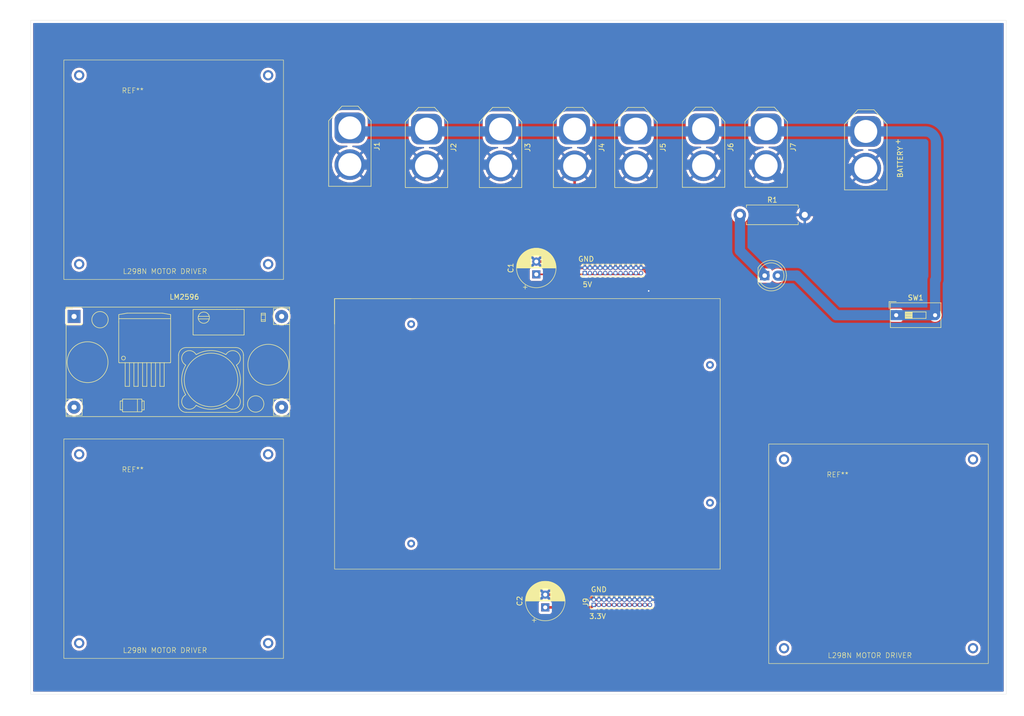
<source format=kicad_pcb>
(kicad_pcb (version 20240108) (generator "pcbnew") (generator_version "8.0")
  (layers (0 "F.Cu" signal) (31 "B.Cu" signal) (34 "B.Paste" user) (35 "F.Paste" user) (36 "B.SilkS" user "B.Silkscreen") (37 "F.SilkS" user "F.Silkscreen") (38 "B.Mask" user) (39 "F.Mask" user) (44 "Edge.Cuts" user))
  (net 0 "")
  (net 1 "/GND")
  (net 2 "/5V")
  (net 3 "/3.3V")
  (net 4 "/VCC")
  (net 5 "/L")
  (footprint "Button_Switch_THT:SW_DIP_SPSTx01_Slide_9.78x4.72mm_W7.62mm_P2.54mm" (layer "F.Cu") (at 237.955 87.25)
    (property "Reference" "SW1" (at 3.81 -3.42 0) (layer "F.SilkS"))
    (property "Value" "SW_SPST")
    (pad "1" thru_hole rect (at 0 0) (size 1.6 1.6) (drill 0.8) (layers "*.Cu" "*.Mask") (net 4 "/VCC"))
    (pad "2" thru_hole oval (at 7.62 0) (size 1.6 1.6) (drill 0.8) (layers "*.Cu" "*.Mask") (net 4 "/VCC"))
  )
  (footprint "Connector_AMASS:AMASS_XT60-M_1x02_P7.20mm_Vertical" (layer "F.Cu") (at 146 50.8 -90)
    (property "Reference" "J2" (at 3.6 -5.3 90) (layer "F.SilkS"))
    (property "Value" "Screw_Terminal_01x02")
    (pad "1" thru_hole roundrect (at 0 0 270) (size 6 6) (drill 4.5) (layers "*.Cu" "*.Mask") (net 4 "/VCC"))
    (pad "2" thru_hole circle (at 7.2 0 270) (size 6 6) (drill 4.5) (layers "*.Cu" "*.Mask") (net 1 "/GND"))
  )
  (footprint "Capacitor_THT:CP_Radial_D7.5mm_P2.50mm" (layer "F.Cu") (at 167.5 79.25 90)
    (property "Reference" "C1" (at 1.25 -5 90) (layer "F.SilkS"))
    (property "Value" "C_Polarized_Small")
    (pad "1" thru_hole rect (at 0 0 90) (size 1.6 1.6) (drill 0.8) (layers "*.Cu" "*.Mask") (net 2 "/5V"))
    (pad "2" thru_hole circle (at 2.5 0 90) (size 1.6 1.6) (drill 0.8) (layers "*.Cu" "*.Mask") (net 1 "/GND"))
  )
  (footprint "Connector_AMASS:AMASS_XT60-M_1x02_P7.20mm_Vertical" (layer "F.Cu") (at 160.5 50.8 -90)
    (property "Reference" "J3" (at 3.6 -5.3 90) (layer "F.SilkS"))
    (property "Value" "Screw_Terminal_01x02")
    (pad "1" thru_hole roundrect (at 0 0 270) (size 6 6) (drill 4.5) (layers "*.Cu" "*.Mask") (net 4 "/VCC"))
    (pad "2" thru_hole circle (at 7.2 0 270) (size 6 6) (drill 4.5) (layers "*.Cu" "*.Mask") (net 1 "/GND"))
  )
  (footprint "Connector_AMASS:AMASS_XT60-M_1x02_P7.20mm_Vertical" (layer "F.Cu") (at 212.5 50.75 -90)
    (property "Reference" "J7" (at 3.6 -5.3 90) (layer "F.SilkS"))
    (property "Value" "Screw_Terminal_01x02")
    (pad "1" thru_hole roundrect (at 0 0 270) (size 6 6) (drill 4.5) (layers "*.Cu" "*.Mask") (net 4 "/VCC"))
    (pad "2" thru_hole circle (at 7.2 0 270) (size 6 6) (drill 4.5) (layers "*.Cu" "*.Mask") (net 1 "/GND"))
  )
  (footprint "buck_converter_nex6:YAAJ_DCDC_StepDown_LM2596" (layer "F.Cu") (at 77 87.5)
    (property "Reference" "LM2596" (at 21.59 -3.81 0) (layer "F.SilkS"))
    (property "Value" "YAAJ_DCDC_StepDown_LM2596")
    (pad "1" thru_hole rect (at 0 0) (size 2.54 2.54) (drill 1) (layers "*.Cu" "*.Mask"))
    (pad "2" thru_hole circle (at 0 17.78) (size 2.54 2.54) (drill 1) (layers "*.Cu" "*.Mask"))
    (pad "3" thru_hole circle (at 40.64 17.78) (size 2.54 2.54) (drill 1) (layers "*.Cu" "*.Mask"))
    (pad "4" thru_hole circle (at 40.64 0) (size 2.54 2.54) (drill 1) (layers "*.Cu" "*.Mask"))
  )
  (footprint "Connector_AMASS:AMASS_XT60-M_1x02_P7.20mm_Vertical" (layer "F.Cu") (at 175 50.8 -90)
    (property "Reference" "J4" (at 3.6 -5.3 90) (layer "F.SilkS"))
    (property "Value" "Screw_Terminal_01x02")
    (pad "1" thru_hole roundrect (at 0 0 270) (size 6 6) (drill 4.5) (layers "*.Cu" "*.Mask") (net 4 "/VCC"))
    (pad "2" thru_hole circle (at 7.2 0 270) (size 6 6) (drill 4.5) (layers "*.Cu" "*.Mask") (net 1 "/GND"))
  )
  (footprint "Connector_AMASS:AMASS_XT60-M_1x02_P7.20mm_Vertical" (layer "F.Cu") (at 187 50.8 -90)
    (property "Reference" "J5" (at 3.6 -5.3 90) (layer "F.SilkS"))
    (property "Value" "Screw_Terminal_01x02")
    (pad "1" thru_hole roundrect (at 0 0 270) (size 6 6) (drill 4.5) (layers "*.Cu" "*.Mask") (net 4 "/VCC"))
    (pad "2" thru_hole circle (at 7.2 0 270) (size 6 6) (drill 4.5) (layers "*.Cu" "*.Mask") (net 1 "/GND"))
  )
  (footprint "Connector_PinHeader_1.00mm:PinHeader_2x12_P1.00mm_Vertical" (layer "F.Cu") (at 178.75 144 90)
    (property "Reference" "J9" (at 0.5 -1.56 90) (layer "F.SilkS"))
    (property "Value" "Conn_02x12_Odd_Even")
    (pad "1" thru_hole rect (at 0 0 90) (size 0.85 0.85) (drill 0.5) (layers "*.Cu" "*.Mask") (net 3 "/3.3V"))
    (pad "2" thru_hole oval (at 1 0 90) (size 0.85 0.85) (drill 0.5) (layers "*.Cu" "*.Mask") (net 1 "/GND"))
    (pad "3" thru_hole oval (at 0 1 90) (size 0.85 0.85) (drill 0.5) (layers "*.Cu" "*.Mask") (net 3 "/3.3V"))
    (pad "4" thru_hole oval (at 1 1 90) (size 0.85 0.85) (drill 0.5) (layers "*.Cu" "*.Mask") (net 1 "/GND"))
    (pad "5" thru_hole oval (at 0 2 90) (size 0.85 0.85) (drill 0.5) (layers "*.Cu" "*.Mask") (net 3 "/3.3V"))
    (pad "6" thru_hole oval (at 1 2 90) (size 0.85 0.85) (drill 0.5) (layers "*.Cu" "*.Mask") (net 1 "/GND"))
    (pad "7" thru_hole oval (at 0 3 90) (size 0.85 0.85) (drill 0.5) (layers "*.Cu" "*.Mask") (net 3 "/3.3V"))
    (pad "8" thru_hole oval (at 1 3 90) (size 0.85 0.85) (drill 0.5) (layers "*.Cu" "*.Mask") (net 1 "/GND"))
    (pad "9" thru_hole oval (at 0 4 90) (size 0.85 0.85) (drill 0.5) (layers "*.Cu" "*.Mask") (net 3 "/3.3V"))
    (pad "10" thru_hole oval (at 1 4 90) (size 0.85 0.85) (drill 0.5) (layers "*.Cu" "*.Mask") (net 1 "/GND"))
    (pad "11" thru_hole oval (at 0 5 90) (size 0.85 0.85) (drill 0.5) (layers "*.Cu" "*.Mask") (net 3 "/3.3V"))
    (pad "12" thru_hole oval (at 1 5 90) (size 0.85 0.85) (drill 0.5) (layers "*.Cu" "*.Mask") (net 1 "/GND"))
    (pad "13" thru_hole oval (at 0 6 90) (size 0.85 0.85) (drill 0.5) (layers "*.Cu" "*.Mask") (net 3 "/3.3V"))
    (pad "14" thru_hole oval (at 1 6 90) (size 0.85 0.85) (drill 0.5) (layers "*.Cu" "*.Mask") (net 1 "/GND"))
    (pad "15" thru_hole oval (at 0 7 90) (size 0.85 0.85) (drill 0.5) (layers "*.Cu" "*.Mask") (net 3 "/3.3V"))
    (pad "16" thru_hole oval (at 1 7 90) (size 0.85 0.85) (drill 0.5) (layers "*.Cu" "*.Mask") (net 1 "/GND"))
    (pad "17" thru_hole oval (at 0 8 90) (size 0.85 0.85) (drill 0.5) (layers "*.Cu" "*.Mask") (net 3 "/3.3V"))
    (pad "18" thru_hole oval (at 1 8 90) (size 0.85 0.85) (drill 0.5) (layers "*.Cu" "*.Mask") (net 1 "/GND"))
    (pad "19" thru_hole oval (at 0 9 90) (size 0.85 0.85) (drill 0.5) (layers "*.Cu" "*.Mask") (net 3 "/3.3V"))
    (pad "20" thru_hole oval (at 1 9 90) (size 0.85 0.85) (drill 0.5) (layers "*.Cu" "*.Mask") (net 1 "/GND"))
    (pad "21" thru_hole oval (at 0 10 90) (size 0.85 0.85) (drill 0.5) (layers "*.Cu" "*.Mask") (net 3 "/3.3V"))
    (pad "22" thru_hole oval (at 1 10 90) (size 0.85 0.85) (drill 0.5) (layers "*.Cu" "*.Mask") (net 1 "/GND"))
    (pad "23" thru_hole oval (at 0 11 90) (size 0.85 0.85) (drill 0.5) (layers "*.Cu" "*.Mask") (net 3 "/3.3V"))
    (pad "24" thru_hole oval (at 1 11 90) (size 0.85 0.85) (drill 0.5) (layers "*.Cu" "*.Mask") (net 1 "/GND"))
  )
  (footprint "Resistor_THT:R_Axial_DIN0411_L9.9mm_D3.6mm_P12.70mm_Horizontal" (layer "F.Cu") (at 207.36 67.59)
    (property "Reference" "R1" (at 6.35 -2.92 0) (layer "F.SilkS"))
    (property "Value" "R")
    (pad "1" thru_hole circle (at 0 0) (size 2.4 2.4) (drill 1.2) (layers "*.Cu" "*.Mask") (net 5 "/L"))
    (pad "2" thru_hole oval (at 12.7 0) (size 2.4 2.4) (drill 1.2) (layers "*.Cu" "*.Mask") (net 1 "/GND"))
  )
  (footprint "Connector_AMASS:AMASS_XT60-M_1x02_P7.20mm_Vertical" (layer "F.Cu") (at 131 50.55 -90)
    (property "Reference" "J1" (at 3.6 -5.3 90) (layer "F.SilkS"))
    (property "Value" "Screw_Terminal_01x02")
    (pad "1" thru_hole roundrect (at 0 0 270) (size 6 6) (drill 4.5) (layers "*.Cu" "*.Mask") (net 4 "/VCC"))
    (pad "2" thru_hole circle (at 7.2 0 270) (size 6 6) (drill 4.5) (layers "*.Cu" "*.Mask") (net 1 "/GND"))
  )
  (footprint "mdriver:motor_driver_nex6" (layer "F.Cu") (at 226.5 119)
    (property "Reference" "REF**" (at 0 -0.5 0) (layer "F.SilkS") (effects (font (thickness 0.1))))
    (property "Value" "motor_driver_nex6")
    (fp_text user "L298N MOTOR DRIVER" (at -2 35.5 0) (layer "F.SilkS") (effects (font (thickness 0.1)) (justify left bottom)))
    (pad "1" thru_hole circle (at 26.5 -3.5) (size 2 2) (drill 1.2) (layers "*.Cu" "*.Mask"))
    (pad "2" thru_hole circle (at -10.5 -3.5) (size 2 2) (drill 1.2) (layers "*.Cu" "*.Mask"))
    (pad "3" thru_hole circle (at -10.5 33.5) (size 2 2) (drill 1.2) (layers "*.Cu" "*.Mask"))
    (pad "4" thru_hole circle (at 26.5 33.5) (size 2 2) (drill 1.2) (layers "*.Cu" "*.Mask"))
  )
  (footprint "LED_THT:LED_D5.0mm" (layer "F.Cu") (at 212.21 79.5)
    (property "Reference" "D1" (hide yes))
    (property "Value" "LED")
    (pad "1" thru_hole rect (at 0 0) (size 1.8 1.8) (drill 0.9) (layers "*.Cu" "*.Mask") (net 5 "/L"))
    (pad "2" thru_hole circle (at 2.54 0) (size 1.8 1.8) (drill 0.9) (layers "*.Cu" "*.Mask") (net 4 "/VCC"))
  )
  (footprint "Capacitor_THT:CP_Radial_D7.5mm_P2.50mm" (layer "F.Cu") (at 169.25 144.5 90)
    (property "Reference" "C2" (at 1.25 -5 90) (layer "F.SilkS"))
    (property "Value" "C_Polarized_Small")
    (pad "1" thru_hole rect (at 0 0 90) (size 1.6 1.6) (drill 0.8) (layers "*.Cu" "*.Mask") (net 3 "/3.3V"))
    (pad "2" thru_hole circle (at 2.5 0 90) (size 1.6 1.6) (drill 0.8) (layers "*.Cu" "*.Mask") (net 1 "/GND"))
  )
  (footprint "mdriver:motor_driver_nex6" (layer "F.Cu") (at 88.5 118)
    (property "Reference" "REF**" (at 0 -0.5 0) (layer "F.SilkS") (effects (font (thickness 0.1))))
    (property "Value" "motor_driver_nex6")
    (fp_text user "L298N MOTOR DRIVER" (at -2 35.5 0) (layer "F.SilkS") (effects (font (thickness 0.1)) (justify left bottom)))
    (pad "1" thru_hole circle (at 26.5 -3.5) (size 2 2) (drill 1.2) (layers "*.Cu" "*.Mask"))
    (pad "2" thru_hole circle (at -10.5 -3.5) (size 2 2) (drill 1.2) (layers "*.Cu" "*.Mask"))
    (pad "3" thru_hole circle (at -10.5 33.5) (size 2 2) (drill 1.2) (layers "*.Cu" "*.Mask"))
    (pad "4" thru_hole circle (at 26.5 33.5) (size 2 2) (drill 1.2) (layers "*.Cu" "*.Mask"))
  )
  (footprint "mdriver:motor_driver_nex6" (layer "F.Cu") (at 88.5 43.75)
    (property "Reference" "REF**" (at 0 -0.5 0) (layer "F.SilkS") (effects (font (thickness 0.1))))
    (property "Value" "motor_driver_nex6")
    (fp_text user "L298N MOTOR DRIVER" (at -2 35.5 0) (layer "F.SilkS") (effects (font (thickness 0.1)) (justify left bottom)))
    (pad "1" thru_hole circle (at 26.5 -3.5) (size 2 2) (drill 1.2) (layers "*.Cu" "*.Mask"))
    (pad "2" thru_hole circle (at -10.5 -3.5) (size 2 2) (drill 1.2) (layers "*.Cu" "*.Mask"))
    (pad "3" thru_hole circle (at -10.5 33.5) (size 2 2) (drill 1.2) (layers "*.Cu" "*.Mask"))
    (pad "4" thru_hole circle (at 26.5 33.5) (size 2 2) (drill 1.2) (layers "*.Cu" "*.Mask"))
  )
  (footprint "Connector_AMASS:AMASS_XT60-F_1x02_P7.20mm_Vertical" (layer "F.Cu") (at 232 51.25 -90)
    (property "Reference" "BATTERY" (at 6 -6.75 90) (layer "F.SilkS"))
    (property "Value" "Battery_Cell")
    (fp_text user "+" (at 2 -6.25 90) (layer "F.SilkS"))
    (pad "1" thru_hole roundrect (at 0 0 270) (size 6 6) (drill 4.5) (layers "*.Cu" "*.Mask") (net 4 "/VCC"))
    (pad "2" thru_hole circle (at 7.2 0 270) (size 6 6) (drill 4.5) (layers "*.Cu" "*.Mask") (net 1 "/GND"))
  )
  (footprint "Connector_PinHeader_1.00mm:PinHeader_2x12_P1.00mm_Vertical" (layer "F.Cu") (at 177 79 90)
    (property "Reference" "5V" (at -2.25 0.5 0) (layer "F.SilkS"))
    (property "Value" "Conn_02x12_Odd_Even")
    (pad "1" thru_hole rect (at 0 0 90) (size 0.85 0.85) (drill 0.5) (layers "*.Cu" "*.Mask") (net 2 "/5V"))
    (pad "2" thru_hole oval (at 1 0 90) (size 0.85 0.85) (drill 0.5) (layers "*.Cu" "*.Mask") (net 1 "/GND"))
    (pad "3" thru_hole oval (at 0 1 90) (size 0.85 0.85) (drill 0.5) (layers "*.Cu" "*.Mask") (net 2 "/5V"))
    (pad "4" thru_hole oval (at 1 1 90) (size 0.85 0.85) (drill 0.5) (layers "*.Cu" "*.Mask") (net 1 "/GND"))
    (pad "5" thru_hole oval (at 0 2 90) (size 0.85 0.85) (drill 0.5) (layers "*.Cu" "*.Mask") (net 2 "/5V"))
    (pad "6" thru_hole oval (at 1 2 90) (size 0.85 0.85) (drill 0.5) (layers "*.Cu" "*.Mask") (net 1 "/GND"))
    (pad "7" thru_hole oval (at 0 3 90) (size 0.85 0.85) (drill 0.5) (layers "*.Cu" "*.Mask") (net 2 "/5V"))
    (pad "8" thru_hole oval (at 1 3 90) (size 0.85 0.85) (drill 0.5) (layers "*.Cu" "*.Mask") (net 1 "/GND"))
    (pad "9" thru_hole oval (at 0 4 90) (size 0.85 0.85) (drill 0.5) (layers "*.Cu" "*.Mask") (net 2 "/5V"))
    (pad "10" thru_hole oval (at 1 4 90) (size 0.85 0.85) (drill 0.5) (layers "*.Cu" "*.Mask") (net 1 "/GND"))
    (pad "11" thru_hole oval (at 0 5 90) (size 0.85 0.85) (drill 0.5) (layers "*.Cu" "*.Mask") (net 2 "/5V"))
    (pad "12" thru_hole oval (at 1 5 90) (size 0.85 0.85) (drill 0.5) (layers "*.Cu" "*.Mask") (net 1 "/GND"))
    (pad "13" thru_hole oval (at 0 6 90) (size 0.85 0.85) (drill 0.5) (layers "*.Cu" "*.Mask") (net 2 "/5V"))
    (pad "14" thru_hole oval (at 1 6 90) (size 0.85 0.85) (drill 0.5) (layers "*.Cu" "*.Mask") (net 1 "/GND"))
    (pad "15" thru_hole oval (at 0 7 90) (size 0.85 0.85) (drill 0.5) (layers "*.Cu" "*.Mask") (net 2 "/5V"))
    (pad "16" thru_hole oval (at 1 7 90) (size 0.85 0.85) (drill 0.5) (layers "*.Cu" "*.Mask") (net 1 "/GND"))
    (pad "17" thru_hole oval (at 0 8 90) (size 0.85 0.85) (drill 0.5) (layers "*.Cu" "*.Mask") (net 2 "/5V"))
    (pad "18" thru_hole oval (at 1 8 90) (size 0.85 0.85) (drill 0.5) (layers "*.Cu" "*.Mask") (net 1 "/GND"))
    (pad "19" thru_hole oval (at 0 9 90) (size 0.85 0.85) (drill 0.5) (layers "*.Cu" "*.Mask") (net 2 "/5V"))
    (pad "20" thru_hole oval (at 1 9 90) (size 0.85 0.85) (drill 0.5) (layers "*.Cu" "*.Mask") (net 1 "/GND"))
    (pad "21" thru_hole oval (at 0 10 90) (size 0.85 0.85) (drill 0.5) (layers "*.Cu" "*.Mask") (net 2 "/5V"))
    (pad "22" thru_hole oval (at 1 10 90) (size 0.85 0.85) (drill 0.5) (layers "*.Cu" "*.Mask") (net 1 "/GND"))
    (pad "23" thru_hole oval (at 0 11 90) (size 0.85 0.85) (drill 0.5) (layers "*.Cu" "*.Mask") (net 2 "/5V"))
    (pad "24" thru_hole oval (at 1 11 90) (size 0.85 0.85) (drill 0.5) (layers "*.Cu" "*.Mask") (net 1 "/GND"))
  )
  (footprint "esp_32_expansion_nex6:expansion_board" (layer "F.Cu") (at 144 89.5)
    (property "Reference" "REF**" (hide yes))
    (property "Value" "expansion_board")
    (pad "1" thru_hole circle (at -1 -0.5) (size 1.524 1.524) (drill 0.762) (layers "*.Cu" "*.Mask"))
    (pad "2" thru_hole circle (at -1 42.5) (size 1.524 1.524) (drill 0.762) (layers "*.Cu" "*.Mask"))
    (pad "3" thru_hole circle (at 57.5 34.5) (size 1.524 1.524) (drill 0.762) (layers "*.Cu" "*.Mask"))
    (pad "4" thru_hole circle (at 57.5 7.5) (size 1.524 1.524) (drill 0.762) (layers "*.Cu" "*.Mask"))
  )
  (footprint "Connector_AMASS:AMASS_XT60-M_1x02_P7.20mm_Vertical" (layer "F.Cu") (at 200.25 50.75 -90)
    (property "Reference" "J6" (at 3.6 -5.3 90) (layer "F.SilkS"))
    (property "Value" "Screw_Terminal_01x02")
    (pad "1" thru_hole roundrect (at 0 0 270) (size 6 6) (drill 4.5) (layers "*.Cu" "*.Mask") (net 4 "/VCC"))
    (pad "2" thru_hole circle (at 7.2 0 270) (size 6 6) (drill 4.5) (layers "*.Cu" "*.Mask") (net 1 "/GND"))
  )
  (gr_rect (start 68.5 29.5) (end 259.5 161.5) (stroke (width 0.05)) (fill none) (layer "Edge.Cuts"))
  (gr_text "GND" (at 179.75 141 0) (layer "F.SilkS") (effects (font (size 1 1))))
  (gr_text "GND" (at 177.25 76.25 0) (layer "F.SilkS") (effects (font (size 1 1))))
  (gr_text "3.3V" (at 179.5 146.25 0) (layer "F.SilkS") (effects (font (size 1 1))))
  (segment (start 175.25 78) (end 177 78) (width 0.5) (layer "F.Cu") (net 1))
  (segment (start 173.75 76.75) (end 174 76.75) (width 0.5) (layer "F.Cu") (net 1))
  (segment (start 167.5 76.75) (end 173.75 76.75) (width 0.5) (layer "F.Cu") (net 1))
  (segment (start 175 64) (end 175 58) (width 0.5) (layer "F.Cu") (net 1))
  (segment (start 178.75 143) (end 189.75 143) (width 0.5) (layer "F.Cu") (net 1))
  (segment (start 169.25 142) (end 177.75 142) (width 0.5) (layer "F.Cu") (net 1))
  (segment (start 189.5 79.333273) (end 189.5 82.5) (width 0.5) (layer "F.Cu") (net 1))
  (segment (start 188.166727 78) (end 189.5 79.333273) (width 0.5) (layer "F.Cu") (net 1))
  (segment (start 173.75 76.75) (end 173.75 65.25) (width 0.5) (layer "F.Cu") (net 1))
  (segment (start 173.75 65.25) (end 175 64) (width 0.5) (layer "F.Cu") (net 1))
  (segment (start 188 78) (end 177 78) (width 0.5) (layer "F.Cu") (net 1))
  (segment (start 189.5 82.5) (end 189.5 82.25) (width 0.5) (layer "F.Cu") (net 1))
  (segment (start 177.75 142) (end 178.75 143) (width 0.5) (layer "F.Cu") (net 1))
  (segment (start 174 76.75) (end 175.25 78) (width 0.5) (layer "F.Cu") (net 1))
  (segment (start 178 78) (end 188.166727 78) (width 0.5) (layer "F.Cu") (net 1))
  (via (at 189.5 82.5) (size 0.6) (drill 0.3) (layers "F.Cu" "B.Cu") (net 1))
  (segment (start 220.06 65.51) (end 212.5 57.95) (width 2) (layer "B.Cu") (net 1))
  (segment (start 131 57.75) (end 212.3 57.75) (width 2) (layer "B.Cu") (net 1))
  (segment (start 189.5 82.5) (end 189.75 82.75) (width 0.5) (layer "B.Cu") (net 1))
  (segment (start 189.75 82.75) (end 189.75 143) (width 0.5) (layer "B.Cu") (net 1))
  (segment (start 212.3 57.75) (end 212.5 57.95) (width 2) (layer "B.Cu") (net 1))
  (segment (start 229.2 58.45) (end 220.06 67.59) (width 2) (layer "B.Cu") (net 1))
  (segment (start 220.06 67.59) (end 220.06 65.51) (width 2) (layer "B.Cu") (net 1))
  (segment (start 232 58.45) (end 229.2 58.45) (width 2) (layer "B.Cu") (net 1))
  (segment (start 167.5 79.25) (end 187.75 79.25) (width 0.3) (layer "F.Cu") (net 2))
  (segment (start 187.75 79.25) (end 188 79) (width 0.3) (layer "F.Cu") (net 2))
  (segment (start 178.25 144.5) (end 178.75 144) (width 0.5) (layer "F.Cu") (net 3))
  (segment (start 169.25 144.5) (end 178.25 144.5) (width 0.5) (layer "F.Cu") (net 3))
  (segment (start 178.75 144) (end 189.75 144) (width 0.5) (layer "F.Cu") (net 3))
  (segment (start 131.25 50.8) (end 131 50.55) (width 2) (layer "F.Cu") (net 4))
  (segment (start 231.5 50.75) (end 232 51.25) (width 2) (layer "B.Cu") (net 4))
  (segment (start 232 51.25) (end 243.671573 51.25) (width 2) (layer "B.Cu") (net 4))
  (segment (start 218.5 79.5) (end 214.75 79.5) (width 2) (layer "B.Cu") (net 4))
  (segment (start 245.575 87.25) (end 245.575 80.425) (width 2) (layer "B.Cu") (net 4))
  (segment (start 245.085787 51.835787) (end 245.164214 51.914214) (width 2) (layer "B.Cu") (net 4))
  (segment (start 232 51.25) (end 131.7 51.25) (width 2) (layer "B.Cu") (net 4))
  (segment (start 131.7 51.25) (end 131 50.55) (width 2) (layer "B.Cu") (net 4))
  (segment (start 245.75 53.328427) (end 245.75 80.25) (width 2) (layer "B.Cu") (net 4))
  (segment (start 237.955 87.25) (end 226.25 87.25) (width 2) (layer "B.Cu") (net 4))
  (segment (start 237.955 87.25) (end 245.575 87.25) (width 2) (layer "B.Cu") (net 4))
  (segment (start 226.25 87.25) (end 218.5 79.5) (width 2) (layer "B.Cu") (net 4))
  (segment (start 245.575 80.425) (end 245.75 80.25) (width 2) (layer "B.Cu") (net 4))
  (arc (start 245.085787 51.835787) (mid 244.43694 51.402241) (end 243.671573 51.25) (width 2) (layer "B.Cu") (net 4))
  (arc (start 245.164214 51.914214) (mid 245.597759 52.56306) (end 245.75 53.328427) (width 2) (layer "B.Cu") (net 4))
  (segment (start 207.36 74.65) (end 212.21 79.5) (width 2) (layer "B.Cu") (net 5))
  (segment (start 207.36 67.59) (end 207.36 74.65) (width 2) (layer "B.Cu") (net 5))
  (zone (net 1) (net_name "/GND") (layers "F&B.Cu") (connect_pads (clearance 0.5)) (min_thickness 0.25) (fill yes (thermal_gap 0.5) (thermal_bridge_width 0.5))
    (polygon (pts (xy 62.5 96.75) (xy 64 25.75) (xy 261.5 25.5) (xy 263 165.75) (xy 63 165.25) (xy 62.5 94.5)))
  )
)
</source>
